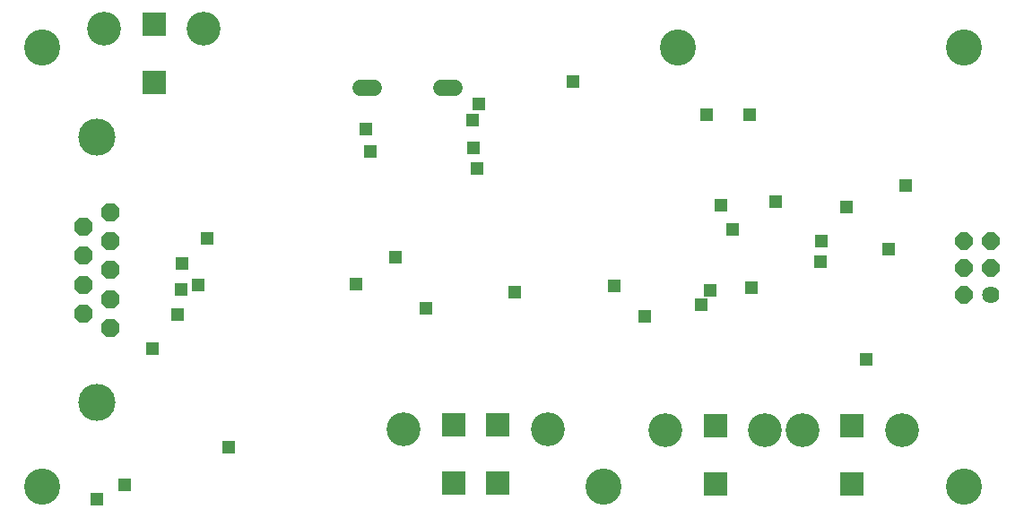
<source format=gbs>
G75*
%MOIN*%
%OFA0B0*%
%FSLAX24Y24*%
%IPPOS*%
%LPD*%
%AMOC8*
5,1,8,0,0,1.08239X$1,22.5*
%
%ADD10R,0.0907X0.0907*%
%ADD11C,0.1261*%
%ADD12C,0.0640*%
%ADD13OC8,0.0640*%
%ADD14C,0.1340*%
%ADD15C,0.0600*%
%ADD16OC8,0.0680*%
%ADD17C,0.1380*%
%ADD18R,0.0476X0.0476*%
D10*
X020424Y002097D03*
X022078Y002097D03*
X022078Y004263D03*
X020424Y004263D03*
X030164Y004219D03*
X030164Y002054D03*
X035251Y002054D03*
X035251Y004219D03*
X009294Y016991D03*
X009294Y019156D03*
D11*
X007444Y018975D03*
X011145Y018975D03*
X018574Y004082D03*
X023928Y004082D03*
X028314Y004038D03*
X032015Y004038D03*
X033400Y004038D03*
X037101Y004038D03*
D12*
X040400Y009086D03*
D13*
X039400Y009086D03*
X039400Y010086D03*
X040400Y010086D03*
X040400Y011086D03*
X039400Y011086D03*
D14*
X005145Y001952D03*
X026011Y001952D03*
X039397Y001952D03*
X039397Y018290D03*
X028767Y018290D03*
X005145Y018290D03*
D15*
X016963Y016798D02*
X017483Y016798D01*
X019963Y016798D02*
X020483Y016798D01*
D16*
X007680Y012167D03*
X006680Y011627D03*
X007680Y011087D03*
X006680Y010547D03*
X007680Y010007D03*
X006680Y009467D03*
X007680Y008927D03*
X006680Y008387D03*
X007680Y007847D03*
D17*
X007180Y005077D03*
X007180Y014937D03*
D18*
X011263Y011184D03*
X010318Y010247D03*
X010948Y009448D03*
X010314Y009271D03*
X010160Y008353D03*
X009231Y007097D03*
X016790Y009483D03*
X018271Y010475D03*
X019412Y008597D03*
X022700Y009176D03*
X026389Y009416D03*
X027523Y008286D03*
X029633Y008727D03*
X029963Y009243D03*
X031515Y009341D03*
X034078Y010326D03*
X034105Y011101D03*
X035026Y012365D03*
X037239Y013141D03*
X032389Y012554D03*
X030806Y011519D03*
X030365Y012404D03*
X036613Y010778D03*
X035778Y006692D03*
X021298Y013790D03*
X021168Y014554D03*
X021145Y015578D03*
X021381Y016192D03*
X024865Y017003D03*
X029849Y015774D03*
X031420Y015774D03*
X017326Y014432D03*
X017184Y015243D03*
X012062Y003424D03*
X008200Y002007D03*
X007176Y001483D03*
M02*

</source>
